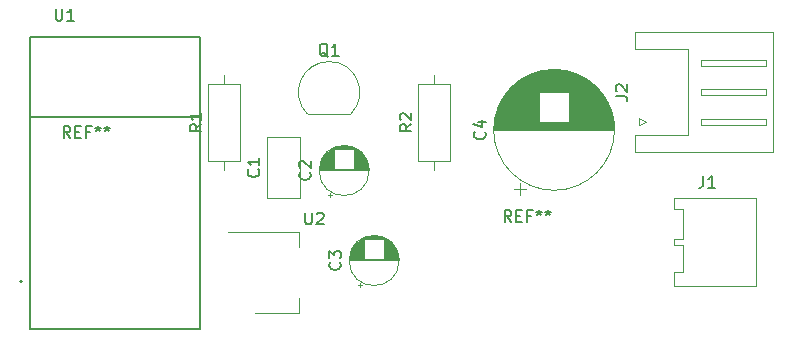
<source format=gbr>
%TF.GenerationSoftware,KiCad,Pcbnew,6.0.6-3a73a75311~116~ubuntu20.04.1*%
%TF.CreationDate,2022-07-22T12:46:40-05:00*%
%TF.ProjectId,esp_ha_integrator,6573705f-6861-45f6-996e-746567726174,rev?*%
%TF.SameCoordinates,PX6a95280PY6350ce0*%
%TF.FileFunction,Legend,Top*%
%TF.FilePolarity,Positive*%
%FSLAX46Y46*%
G04 Gerber Fmt 4.6, Leading zero omitted, Abs format (unit mm)*
G04 Created by KiCad (PCBNEW 6.0.6-3a73a75311~116~ubuntu20.04.1) date 2022-07-22 12:46:40*
%MOMM*%
%LPD*%
G01*
G04 APERTURE LIST*
%ADD10C,0.150000*%
%ADD11C,0.127000*%
%ADD12C,0.200000*%
%ADD13C,0.120000*%
%ADD14C,0.100000*%
G04 APERTURE END LIST*
D10*
%TO.C,U1*%
X6058095Y29932620D02*
X6058095Y29123096D01*
X6105714Y29027858D01*
X6153333Y28980239D01*
X6248571Y28932620D01*
X6439047Y28932620D01*
X6534285Y28980239D01*
X6581904Y29027858D01*
X6629523Y29123096D01*
X6629523Y29932620D01*
X7629523Y28932620D02*
X7058095Y28932620D01*
X7343809Y28932620D02*
X7343809Y29932620D01*
X7248571Y29789762D01*
X7153333Y29694524D01*
X7058095Y29646905D01*
%TO.C,REF\u002A\u002A*%
X7302666Y19003620D02*
X6969333Y19479810D01*
X6731238Y19003620D02*
X6731238Y20003620D01*
X7112190Y20003620D01*
X7207428Y19956000D01*
X7255047Y19908381D01*
X7302666Y19813143D01*
X7302666Y19670286D01*
X7255047Y19575048D01*
X7207428Y19527429D01*
X7112190Y19479810D01*
X6731238Y19479810D01*
X7731238Y19527429D02*
X8064571Y19527429D01*
X8207428Y19003620D02*
X7731238Y19003620D01*
X7731238Y20003620D01*
X8207428Y20003620D01*
X8969333Y19527429D02*
X8636000Y19527429D01*
X8636000Y19003620D02*
X8636000Y20003620D01*
X9112190Y20003620D01*
X9636000Y20003620D02*
X9636000Y19765524D01*
X9397904Y19860762D02*
X9636000Y19765524D01*
X9874095Y19860762D01*
X9493142Y19575048D02*
X9636000Y19765524D01*
X9778857Y19575048D01*
X10397904Y20003620D02*
X10397904Y19765524D01*
X10159809Y19860762D02*
X10397904Y19765524D01*
X10636000Y19860762D01*
X10255047Y19575048D02*
X10397904Y19765524D01*
X10540761Y19575048D01*
%TO.C,J2*%
X53462380Y22526667D02*
X54176666Y22526667D01*
X54319523Y22479048D01*
X54414761Y22383810D01*
X54462380Y22240953D01*
X54462380Y22145715D01*
X53557619Y22955239D02*
X53510000Y23002858D01*
X53462380Y23098096D01*
X53462380Y23336191D01*
X53510000Y23431429D01*
X53557619Y23479048D01*
X53652857Y23526667D01*
X53748095Y23526667D01*
X53890952Y23479048D01*
X54462380Y22907620D01*
X54462380Y23526667D01*
%TO.C,J1*%
X60880666Y15787620D02*
X60880666Y15073334D01*
X60833047Y14930477D01*
X60737809Y14835239D01*
X60594952Y14787620D01*
X60499714Y14787620D01*
X61880666Y14787620D02*
X61309238Y14787620D01*
X61594952Y14787620D02*
X61594952Y15787620D01*
X61499714Y15644762D01*
X61404476Y15549524D01*
X61309238Y15501905D01*
%TO.C,Q1*%
X29114761Y25872381D02*
X29019523Y25920000D01*
X28924285Y26015239D01*
X28781428Y26158096D01*
X28686190Y26205715D01*
X28590952Y26205715D01*
X28638571Y25967620D02*
X28543333Y26015239D01*
X28448095Y26110477D01*
X28400476Y26300953D01*
X28400476Y26634286D01*
X28448095Y26824762D01*
X28543333Y26920000D01*
X28638571Y26967620D01*
X28829047Y26967620D01*
X28924285Y26920000D01*
X29019523Y26824762D01*
X29067142Y26634286D01*
X29067142Y26300953D01*
X29019523Y26110477D01*
X28924285Y26015239D01*
X28829047Y25967620D01*
X28638571Y25967620D01*
X30019523Y25967620D02*
X29448095Y25967620D01*
X29733809Y25967620D02*
X29733809Y26967620D01*
X29638571Y26824762D01*
X29543333Y26729524D01*
X29448095Y26681905D01*
%TO.C,R2*%
X36182380Y20153334D02*
X35706190Y19820000D01*
X36182380Y19581905D02*
X35182380Y19581905D01*
X35182380Y19962858D01*
X35230000Y20058096D01*
X35277619Y20105715D01*
X35372857Y20153334D01*
X35515714Y20153334D01*
X35610952Y20105715D01*
X35658571Y20058096D01*
X35706190Y19962858D01*
X35706190Y19581905D01*
X35277619Y20534286D02*
X35230000Y20581905D01*
X35182380Y20677143D01*
X35182380Y20915239D01*
X35230000Y21010477D01*
X35277619Y21058096D01*
X35372857Y21105715D01*
X35468095Y21105715D01*
X35610952Y21058096D01*
X36182380Y20486667D01*
X36182380Y21105715D01*
%TO.C,C3*%
X30127142Y8453334D02*
X30174761Y8405715D01*
X30222380Y8262858D01*
X30222380Y8167620D01*
X30174761Y8024762D01*
X30079523Y7929524D01*
X29984285Y7881905D01*
X29793809Y7834286D01*
X29650952Y7834286D01*
X29460476Y7881905D01*
X29365238Y7929524D01*
X29270000Y8024762D01*
X29222380Y8167620D01*
X29222380Y8262858D01*
X29270000Y8405715D01*
X29317619Y8453334D01*
X29222380Y8786667D02*
X29222380Y9405715D01*
X29603333Y9072381D01*
X29603333Y9215239D01*
X29650952Y9310477D01*
X29698571Y9358096D01*
X29793809Y9405715D01*
X30031904Y9405715D01*
X30127142Y9358096D01*
X30174761Y9310477D01*
X30222380Y9215239D01*
X30222380Y8929524D01*
X30174761Y8834286D01*
X30127142Y8786667D01*
%TO.C,C1*%
X23217142Y16323334D02*
X23264761Y16275715D01*
X23312380Y16132858D01*
X23312380Y16037620D01*
X23264761Y15894762D01*
X23169523Y15799524D01*
X23074285Y15751905D01*
X22883809Y15704286D01*
X22740952Y15704286D01*
X22550476Y15751905D01*
X22455238Y15799524D01*
X22360000Y15894762D01*
X22312380Y16037620D01*
X22312380Y16132858D01*
X22360000Y16275715D01*
X22407619Y16323334D01*
X23312380Y17275715D02*
X23312380Y16704286D01*
X23312380Y16990000D02*
X22312380Y16990000D01*
X22455238Y16894762D01*
X22550476Y16799524D01*
X22598095Y16704286D01*
%TO.C,C2*%
X27587142Y16073334D02*
X27634761Y16025715D01*
X27682380Y15882858D01*
X27682380Y15787620D01*
X27634761Y15644762D01*
X27539523Y15549524D01*
X27444285Y15501905D01*
X27253809Y15454286D01*
X27110952Y15454286D01*
X26920476Y15501905D01*
X26825238Y15549524D01*
X26730000Y15644762D01*
X26682380Y15787620D01*
X26682380Y15882858D01*
X26730000Y16025715D01*
X26777619Y16073334D01*
X26777619Y16454286D02*
X26730000Y16501905D01*
X26682380Y16597143D01*
X26682380Y16835239D01*
X26730000Y16930477D01*
X26777619Y16978096D01*
X26872857Y17025715D01*
X26968095Y17025715D01*
X27110952Y16978096D01*
X27682380Y16406667D01*
X27682380Y17025715D01*
%TO.C,REF\u002A\u002A*%
X44640666Y11891620D02*
X44307333Y12367810D01*
X44069238Y11891620D02*
X44069238Y12891620D01*
X44450190Y12891620D01*
X44545428Y12844000D01*
X44593047Y12796381D01*
X44640666Y12701143D01*
X44640666Y12558286D01*
X44593047Y12463048D01*
X44545428Y12415429D01*
X44450190Y12367810D01*
X44069238Y12367810D01*
X45069238Y12415429D02*
X45402571Y12415429D01*
X45545428Y11891620D02*
X45069238Y11891620D01*
X45069238Y12891620D01*
X45545428Y12891620D01*
X46307333Y12415429D02*
X45974000Y12415429D01*
X45974000Y11891620D02*
X45974000Y12891620D01*
X46450190Y12891620D01*
X46974000Y12891620D02*
X46974000Y12653524D01*
X46735904Y12748762D02*
X46974000Y12653524D01*
X47212095Y12748762D01*
X46831142Y12463048D02*
X46974000Y12653524D01*
X47116857Y12463048D01*
X47735904Y12891620D02*
X47735904Y12653524D01*
X47497809Y12748762D02*
X47735904Y12653524D01*
X47974000Y12748762D01*
X47593047Y12463048D02*
X47735904Y12653524D01*
X47878761Y12463048D01*
%TO.C,C4*%
X42367142Y19513334D02*
X42414761Y19465715D01*
X42462380Y19322858D01*
X42462380Y19227620D01*
X42414761Y19084762D01*
X42319523Y18989524D01*
X42224285Y18941905D01*
X42033809Y18894286D01*
X41890952Y18894286D01*
X41700476Y18941905D01*
X41605238Y18989524D01*
X41510000Y19084762D01*
X41462380Y19227620D01*
X41462380Y19322858D01*
X41510000Y19465715D01*
X41557619Y19513334D01*
X41795714Y20370477D02*
X42462380Y20370477D01*
X41414761Y20132381D02*
X42129047Y19894286D01*
X42129047Y20513334D01*
%TO.C,R1*%
X18402380Y20153334D02*
X17926190Y19820000D01*
X18402380Y19581905D02*
X17402380Y19581905D01*
X17402380Y19962858D01*
X17450000Y20058096D01*
X17497619Y20105715D01*
X17592857Y20153334D01*
X17735714Y20153334D01*
X17830952Y20105715D01*
X17878571Y20058096D01*
X17926190Y19962858D01*
X17926190Y19581905D01*
X18402380Y21105715D02*
X18402380Y20534286D01*
X18402380Y20820000D02*
X17402380Y20820000D01*
X17545238Y20724762D01*
X17640476Y20629524D01*
X17688095Y20534286D01*
%TO.C,U2*%
X27178095Y12667620D02*
X27178095Y11858096D01*
X27225714Y11762858D01*
X27273333Y11715239D01*
X27368571Y11667620D01*
X27559047Y11667620D01*
X27654285Y11715239D01*
X27701904Y11762858D01*
X27749523Y11858096D01*
X27749523Y12667620D01*
X28178095Y12572381D02*
X28225714Y12620000D01*
X28320952Y12667620D01*
X28559047Y12667620D01*
X28654285Y12620000D01*
X28701904Y12572381D01*
X28749523Y12477143D01*
X28749523Y12381905D01*
X28701904Y12239048D01*
X28130476Y11667620D01*
X28749523Y11667620D01*
D11*
%TO.C,U1*%
X18295000Y2800000D02*
X3895000Y2800000D01*
X3895000Y2800000D02*
X3895000Y20800000D01*
X18295000Y20800000D02*
X3895000Y20800000D01*
X3895000Y20800000D02*
X3895000Y27500000D01*
X18295000Y20800000D02*
X18295000Y2800000D01*
X3895000Y27500000D02*
X18295000Y27500000D01*
X18295000Y27500000D02*
X18295000Y20800000D01*
D12*
X3245000Y6840000D02*
G75*
G03*
X3245000Y6840000I-100000J0D01*
G01*
D13*
%TO.C,J2*%
X60710000Y22610000D02*
X66210000Y22610000D01*
X66210000Y23110000D02*
X60710000Y23110000D01*
X60710000Y20610000D02*
X60710000Y20110000D01*
X55410000Y20660000D02*
X56010000Y20360000D01*
X66210000Y25610000D02*
X60710000Y25610000D01*
X60710000Y20110000D02*
X66210000Y20110000D01*
X66210000Y20110000D02*
X66210000Y20610000D01*
X66210000Y25110000D02*
X66210000Y25610000D01*
X56010000Y20360000D02*
X55410000Y20060000D01*
X60710000Y25110000D02*
X66210000Y25110000D01*
X55410000Y20060000D02*
X55410000Y20660000D01*
X59600000Y19220000D02*
X59600000Y22860000D01*
X55100000Y27920000D02*
X55100000Y26500000D01*
X66210000Y22610000D02*
X66210000Y23110000D01*
X66820000Y27920000D02*
X55100000Y27920000D01*
X55100000Y26500000D02*
X59600000Y26500000D01*
X59600000Y26500000D02*
X59600000Y22860000D01*
X60710000Y25610000D02*
X60710000Y25110000D01*
X55100000Y19220000D02*
X59600000Y19220000D01*
X66820000Y22860000D02*
X66820000Y27920000D01*
X55100000Y17800000D02*
X55100000Y19220000D01*
X66210000Y20610000D02*
X60710000Y20610000D01*
X66820000Y22860000D02*
X66820000Y17800000D01*
X66820000Y17800000D02*
X55100000Y17800000D01*
X60710000Y23110000D02*
X60710000Y22610000D01*
%TO.C,J1*%
X58420000Y10414000D02*
X58420000Y9906000D01*
X59182000Y12954000D02*
X59182000Y10414000D01*
X58420000Y13880000D02*
X58420000Y12954000D01*
X59182000Y9906000D02*
X59182000Y7620000D01*
X65360000Y13880000D02*
X65360000Y6440000D01*
X59182000Y10414000D02*
X58420000Y10414000D01*
X58420000Y9906000D02*
X59182000Y9906000D01*
D14*
X58420000Y6440000D02*
X65360000Y6440000D01*
D13*
X59182000Y7620000D02*
X58420000Y7620000D01*
X58420000Y7620000D02*
X58420000Y6440000D01*
D14*
X58420000Y13880000D02*
X65360000Y13880000D01*
D13*
X58420000Y12954000D02*
X59182000Y12954000D01*
%TO.C,Q1*%
X27410000Y21010000D02*
X31010000Y21010000D01*
X31048478Y21021522D02*
G75*
G03*
X29210000Y25460000I-1838478J1838478D01*
G01*
X29210000Y25460001D02*
G75*
G03*
X27371522Y21021522I0J-2600001D01*
G01*
%TO.C,R2*%
X36730000Y23590000D02*
X36730000Y17050000D01*
X36730000Y17050000D02*
X39470000Y17050000D01*
X38100000Y16280000D02*
X38100000Y17050000D01*
X38100000Y24360000D02*
X38100000Y23590000D01*
X39470000Y23590000D02*
X36730000Y23590000D01*
X39470000Y17050000D02*
X39470000Y23590000D01*
%TO.C,C3*%
X31285000Y9781000D02*
X32180000Y9781000D01*
X31820000Y10341000D02*
X32180000Y10341000D01*
X31312000Y9821000D02*
X32180000Y9821000D01*
X33860000Y9140000D02*
X35036000Y9140000D01*
X33860000Y10261000D02*
X34324000Y10261000D01*
X33860000Y9180000D02*
X35025000Y9180000D01*
X31766000Y10301000D02*
X32180000Y10301000D01*
X30995000Y9100000D02*
X32180000Y9100000D01*
X32483000Y10661000D02*
X33557000Y10661000D01*
X30978000Y9020000D02*
X32180000Y9020000D01*
X32650000Y10701000D02*
X33390000Y10701000D01*
X30949000Y8820000D02*
X32180000Y8820000D01*
X33860000Y9421000D02*
X34944000Y9421000D01*
X33860000Y9341000D02*
X34974000Y9341000D01*
X33860000Y9260000D02*
X35002000Y9260000D01*
X33860000Y9741000D02*
X34780000Y9741000D01*
X33860000Y10221000D02*
X34371000Y10221000D01*
X33860000Y10381000D02*
X34162000Y10381000D01*
X33860000Y8860000D02*
X35087000Y8860000D01*
X31004000Y9140000D02*
X32180000Y9140000D01*
X32080000Y10501000D02*
X33960000Y10501000D01*
X31940000Y10421000D02*
X32180000Y10421000D01*
X33860000Y10061000D02*
X34536000Y10061000D01*
X33860000Y8820000D02*
X35091000Y8820000D01*
X30958000Y8900000D02*
X32180000Y8900000D01*
X33860000Y9581000D02*
X34871000Y9581000D01*
X33860000Y8980000D02*
X35070000Y8980000D01*
X30970000Y8980000D02*
X32180000Y8980000D01*
X33860000Y9821000D02*
X34728000Y9821000D01*
X33860000Y10301000D02*
X34274000Y10301000D01*
X33860000Y9300000D02*
X34988000Y9300000D01*
X31260000Y9741000D02*
X32180000Y9741000D01*
X33860000Y9461000D02*
X34927000Y9461000D01*
X31825000Y6350199D02*
X31825000Y6750199D01*
X33860000Y10101000D02*
X34498000Y10101000D01*
X30940000Y8660000D02*
X35100000Y8660000D01*
X31625000Y6550199D02*
X32025000Y6550199D01*
X32252000Y10581000D02*
X33788000Y10581000D01*
X33860000Y9060000D02*
X35054000Y9060000D01*
X33860000Y9861000D02*
X34700000Y9861000D01*
X33860000Y9781000D02*
X34755000Y9781000D01*
X31716000Y10261000D02*
X32180000Y10261000D01*
X31624000Y10181000D02*
X32180000Y10181000D01*
X33860000Y9020000D02*
X35062000Y9020000D01*
X33860000Y9621000D02*
X34850000Y9621000D01*
X31096000Y9421000D02*
X32180000Y9421000D01*
X31433000Y9981000D02*
X32180000Y9981000D01*
X33860000Y9701000D02*
X34805000Y9701000D01*
X30986000Y9060000D02*
X32180000Y9060000D01*
X31080000Y9381000D02*
X32180000Y9381000D01*
X31504000Y10061000D02*
X32180000Y10061000D01*
X31190000Y9621000D02*
X32180000Y9621000D01*
X33860000Y10141000D02*
X34458000Y10141000D01*
X32007000Y10461000D02*
X34033000Y10461000D01*
X31052000Y9300000D02*
X32180000Y9300000D01*
X30943000Y8740000D02*
X35097000Y8740000D01*
X33860000Y9220000D02*
X35014000Y9220000D01*
X31131000Y9501000D02*
X32180000Y9501000D01*
X32356000Y10621000D02*
X33684000Y10621000D01*
X31370000Y9901000D02*
X32180000Y9901000D01*
X33860000Y9381000D02*
X34960000Y9381000D01*
X30946000Y8780000D02*
X35094000Y8780000D01*
X31542000Y10101000D02*
X32180000Y10101000D01*
X31669000Y10221000D02*
X32180000Y10221000D01*
X31150000Y9541000D02*
X32180000Y9541000D01*
X33860000Y10021000D02*
X34572000Y10021000D01*
X31212000Y9661000D02*
X32180000Y9661000D01*
X31582000Y10141000D02*
X32180000Y10141000D01*
X33860000Y8940000D02*
X35076000Y8940000D01*
X31038000Y9260000D02*
X32180000Y9260000D01*
X31340000Y9861000D02*
X32180000Y9861000D01*
X33860000Y10341000D02*
X34220000Y10341000D01*
X33860000Y9981000D02*
X34607000Y9981000D01*
X33860000Y9661000D02*
X34828000Y9661000D01*
X31401000Y9941000D02*
X32180000Y9941000D01*
X31235000Y9701000D02*
X32180000Y9701000D01*
X33860000Y9901000D02*
X34670000Y9901000D01*
X32161000Y10541000D02*
X33879000Y10541000D01*
X30941000Y8700000D02*
X35099000Y8700000D01*
X33860000Y8900000D02*
X35082000Y8900000D01*
X30964000Y8940000D02*
X32180000Y8940000D01*
X31026000Y9220000D02*
X32180000Y9220000D01*
X31169000Y9581000D02*
X32180000Y9581000D01*
X33860000Y9501000D02*
X34909000Y9501000D01*
X30953000Y8860000D02*
X32180000Y8860000D01*
X31113000Y9461000D02*
X32180000Y9461000D01*
X30940000Y8620000D02*
X35100000Y8620000D01*
X31066000Y9341000D02*
X32180000Y9341000D01*
X31015000Y9180000D02*
X32180000Y9180000D01*
X33860000Y9100000D02*
X35045000Y9100000D01*
X33860000Y10421000D02*
X34100000Y10421000D01*
X33860000Y9541000D02*
X34890000Y9541000D01*
X33860000Y10181000D02*
X34416000Y10181000D01*
X31468000Y10021000D02*
X32180000Y10021000D01*
X31878000Y10381000D02*
X32180000Y10381000D01*
X33860000Y9941000D02*
X34639000Y9941000D01*
X35140000Y8620000D02*
G75*
G03*
X35140000Y8620000I-2120000J0D01*
G01*
%TO.C,C1*%
X26730000Y13870000D02*
X26730000Y19110000D01*
X23990000Y13870000D02*
X23990000Y19110000D01*
X23990000Y19110000D02*
X26730000Y19110000D01*
X23990000Y13870000D02*
X26730000Y13870000D01*
%TO.C,C2*%
X28400000Y16280000D02*
X32560000Y16280000D01*
X28446000Y16680000D02*
X29640000Y16680000D01*
X29712000Y18201000D02*
X31248000Y18201000D01*
X29540000Y18121000D02*
X31420000Y18121000D01*
X29085000Y14170199D02*
X29485000Y14170199D01*
X29226000Y17921000D02*
X29640000Y17921000D01*
X28406000Y16400000D02*
X32554000Y16400000D01*
X31320000Y17041000D02*
X32404000Y17041000D01*
X31320000Y18041000D02*
X31560000Y18041000D01*
X28464000Y16760000D02*
X29640000Y16760000D01*
X29002000Y17721000D02*
X29640000Y17721000D01*
X31320000Y16560000D02*
X32536000Y16560000D01*
X31320000Y17081000D02*
X32387000Y17081000D01*
X28409000Y16440000D02*
X29640000Y16440000D01*
X29400000Y18041000D02*
X29640000Y18041000D01*
X28540000Y17001000D02*
X29640000Y17001000D01*
X28403000Y16360000D02*
X32557000Y16360000D01*
X28424000Y16560000D02*
X29640000Y16560000D01*
X28486000Y16840000D02*
X29640000Y16840000D01*
X28695000Y17321000D02*
X29640000Y17321000D01*
X31320000Y17561000D02*
X32099000Y17561000D01*
X28964000Y17681000D02*
X29640000Y17681000D01*
X31320000Y17121000D02*
X32369000Y17121000D01*
X28400000Y16240000D02*
X32560000Y16240000D01*
X28573000Y17081000D02*
X29640000Y17081000D01*
X28893000Y17601000D02*
X29640000Y17601000D01*
X31320000Y17721000D02*
X31958000Y17721000D01*
X31320000Y17641000D02*
X32032000Y17641000D01*
X31320000Y17361000D02*
X32240000Y17361000D01*
X28512000Y16920000D02*
X29640000Y16920000D01*
X29621000Y18161000D02*
X31339000Y18161000D01*
X28418000Y16520000D02*
X29640000Y16520000D01*
X31320000Y16440000D02*
X32551000Y16440000D01*
X31320000Y17401000D02*
X32215000Y17401000D01*
X31320000Y16961000D02*
X32434000Y16961000D01*
X28861000Y17561000D02*
X29640000Y17561000D01*
X29176000Y17881000D02*
X29640000Y17881000D01*
X28928000Y17641000D02*
X29640000Y17641000D01*
X31320000Y16760000D02*
X32496000Y16760000D01*
X31320000Y17161000D02*
X32350000Y17161000D01*
X28800000Y17481000D02*
X29640000Y17481000D01*
X31320000Y16800000D02*
X32485000Y16800000D01*
X31320000Y17921000D02*
X31734000Y17921000D01*
X31320000Y16880000D02*
X32462000Y16880000D01*
X28772000Y17441000D02*
X29640000Y17441000D01*
X30110000Y18321000D02*
X30850000Y18321000D01*
X28556000Y17041000D02*
X29640000Y17041000D01*
X31320000Y16920000D02*
X32448000Y16920000D01*
X31320000Y18001000D02*
X31622000Y18001000D01*
X28438000Y16640000D02*
X29640000Y16640000D01*
X29338000Y18001000D02*
X29640000Y18001000D01*
X28650000Y17241000D02*
X29640000Y17241000D01*
X28830000Y17521000D02*
X29640000Y17521000D01*
X29129000Y17841000D02*
X29640000Y17841000D01*
X31320000Y16680000D02*
X32514000Y16680000D01*
X28401000Y16320000D02*
X32559000Y16320000D01*
X31320000Y16840000D02*
X32474000Y16840000D01*
X31320000Y17681000D02*
X31996000Y17681000D01*
X28591000Y17121000D02*
X29640000Y17121000D01*
X28672000Y17281000D02*
X29640000Y17281000D01*
X28475000Y16800000D02*
X29640000Y16800000D01*
X29943000Y18281000D02*
X31017000Y18281000D01*
X31320000Y17761000D02*
X31918000Y17761000D01*
X28455000Y16720000D02*
X29640000Y16720000D01*
X31320000Y16520000D02*
X32542000Y16520000D01*
X28413000Y16480000D02*
X29640000Y16480000D01*
X31320000Y17881000D02*
X31784000Y17881000D01*
X28720000Y17361000D02*
X29640000Y17361000D01*
X31320000Y17961000D02*
X31680000Y17961000D01*
X28629000Y17201000D02*
X29640000Y17201000D01*
X31320000Y17521000D02*
X32130000Y17521000D01*
X31320000Y17481000D02*
X32160000Y17481000D01*
X29816000Y18241000D02*
X31144000Y18241000D01*
X31320000Y17281000D02*
X32288000Y17281000D01*
X31320000Y16600000D02*
X32530000Y16600000D01*
X29084000Y17801000D02*
X29640000Y17801000D01*
X31320000Y17241000D02*
X32310000Y17241000D01*
X29467000Y18081000D02*
X31493000Y18081000D01*
X31320000Y17801000D02*
X31876000Y17801000D01*
X28745000Y17401000D02*
X29640000Y17401000D01*
X31320000Y16640000D02*
X32522000Y16640000D01*
X31320000Y17601000D02*
X32067000Y17601000D01*
X28430000Y16600000D02*
X29640000Y16600000D01*
X28610000Y17161000D02*
X29640000Y17161000D01*
X31320000Y16720000D02*
X32505000Y16720000D01*
X31320000Y16480000D02*
X32547000Y16480000D01*
X31320000Y17321000D02*
X32265000Y17321000D01*
X31320000Y17841000D02*
X31831000Y17841000D01*
X29280000Y17961000D02*
X29640000Y17961000D01*
X28526000Y16961000D02*
X29640000Y16961000D01*
X29042000Y17761000D02*
X29640000Y17761000D01*
X31320000Y17201000D02*
X32331000Y17201000D01*
X28498000Y16880000D02*
X29640000Y16880000D01*
X31320000Y17441000D02*
X32188000Y17441000D01*
X29285000Y13970199D02*
X29285000Y14370199D01*
X31320000Y17001000D02*
X32420000Y17001000D01*
X32600000Y16240000D02*
G75*
G03*
X32600000Y16240000I-2120000J0D01*
G01*
%TO.C,C4*%
X43865000Y22241000D02*
X47019000Y22241000D01*
X49501000Y21801000D02*
X52881000Y21801000D01*
X49501000Y21601000D02*
X52967000Y21601000D01*
X44094000Y22601000D02*
X47019000Y22601000D01*
X45315000Y23841000D02*
X51205000Y23841000D01*
X44303000Y22881000D02*
X52217000Y22881000D01*
X43798000Y22121000D02*
X47019000Y22121000D01*
X43181000Y19800000D02*
X53339000Y19800000D01*
X44368000Y22961000D02*
X52152000Y22961000D01*
X49501000Y21881000D02*
X52844000Y21881000D01*
X44913000Y23521000D02*
X51607000Y23521000D01*
X43375000Y21081000D02*
X47019000Y21081000D01*
X49501000Y21121000D02*
X53134000Y21121000D01*
X49501000Y21001000D02*
X53167000Y21001000D01*
X49501000Y22361000D02*
X52583000Y22361000D01*
X43225000Y20360000D02*
X47019000Y20360000D01*
X43570000Y21641000D02*
X47019000Y21641000D01*
X49501000Y20681000D02*
X53242000Y20681000D01*
X43506000Y21481000D02*
X47019000Y21481000D01*
X43206000Y20200000D02*
X53314000Y20200000D01*
X43423000Y21241000D02*
X47019000Y21241000D01*
X49501000Y20360000D02*
X53295000Y20360000D01*
X49501000Y20641000D02*
X53250000Y20641000D01*
X43676000Y21881000D02*
X47019000Y21881000D01*
X49501000Y21161000D02*
X53122000Y21161000D01*
X49501000Y22321000D02*
X52607000Y22321000D01*
X46882000Y24601000D02*
X49638000Y24601000D01*
X49501000Y20801000D02*
X53216000Y20801000D01*
X49501000Y21401000D02*
X53043000Y21401000D01*
X47398000Y24721000D02*
X49122000Y24721000D01*
X43353000Y21001000D02*
X47019000Y21001000D01*
X43304000Y20801000D02*
X47019000Y20801000D01*
X47030000Y24641000D02*
X49490000Y24641000D01*
X49501000Y20841000D02*
X53207000Y20841000D01*
X46316000Y24401000D02*
X50204000Y24401000D01*
X46135000Y24321000D02*
X50385000Y24321000D01*
X46051000Y24281000D02*
X50469000Y24281000D01*
X43230000Y20401000D02*
X47019000Y20401000D01*
X43962000Y22401000D02*
X47019000Y22401000D01*
X43202000Y20160000D02*
X53318000Y20160000D01*
X45206000Y23761000D02*
X51314000Y23761000D01*
X49501000Y21481000D02*
X53014000Y21481000D01*
X49501000Y21721000D02*
X52917000Y21721000D01*
X49501000Y21841000D02*
X52863000Y21841000D01*
X49501000Y21761000D02*
X52899000Y21761000D01*
X47661000Y24761000D02*
X48859000Y24761000D01*
X49501000Y21561000D02*
X52983000Y21561000D01*
X43449000Y21321000D02*
X47019000Y21321000D01*
X43657000Y21841000D02*
X47019000Y21841000D01*
X43735000Y22001000D02*
X47019000Y22001000D01*
X49501000Y21441000D02*
X53028000Y21441000D01*
X49501000Y20441000D02*
X53284000Y20441000D01*
X43820000Y22161000D02*
X47019000Y22161000D01*
X49501000Y22761000D02*
X52310000Y22761000D01*
X44740000Y23361000D02*
X51780000Y23361000D01*
X45821000Y24161000D02*
X50699000Y24161000D01*
X49501000Y20401000D02*
X53290000Y20401000D01*
X49501000Y22681000D02*
X52370000Y22681000D01*
X44620000Y23241000D02*
X51900000Y23241000D01*
X43220000Y20320000D02*
X53300000Y20320000D01*
X49501000Y21681000D02*
X52934000Y21681000D01*
X45260000Y23801000D02*
X51260000Y23801000D01*
X49501000Y21241000D02*
X53097000Y21241000D01*
X44066000Y22561000D02*
X47019000Y22561000D01*
X43463000Y21361000D02*
X47019000Y21361000D01*
X45006000Y23601000D02*
X51514000Y23601000D01*
X49501000Y22121000D02*
X52722000Y22121000D01*
X43210000Y20240000D02*
X53310000Y20240000D01*
X45551000Y24001000D02*
X50969000Y24001000D01*
X43256000Y20561000D02*
X47019000Y20561000D01*
X43386000Y21121000D02*
X47019000Y21121000D01*
X44436000Y23041000D02*
X52084000Y23041000D01*
X43363000Y21041000D02*
X47019000Y21041000D01*
X45054000Y23641000D02*
X51466000Y23641000D01*
X43249000Y20521000D02*
X47019000Y20521000D01*
X43603000Y21721000D02*
X47019000Y21721000D01*
X49501000Y22441000D02*
X52533000Y22441000D01*
X44544000Y23161000D02*
X51976000Y23161000D01*
X43195000Y20080000D02*
X53325000Y20080000D01*
X49501000Y21521000D02*
X52998000Y21521000D01*
X43183000Y19880000D02*
X53337000Y19880000D01*
X43477000Y21401000D02*
X47019000Y21401000D01*
X45104000Y23681000D02*
X51416000Y23681000D01*
X45385000Y14200354D02*
X45385000Y15200354D01*
X43398000Y21161000D02*
X47019000Y21161000D01*
X43889000Y22281000D02*
X47019000Y22281000D01*
X49501000Y21641000D02*
X52950000Y21641000D01*
X43313000Y20841000D02*
X47019000Y20841000D01*
X43263000Y20601000D02*
X47019000Y20601000D01*
X45750000Y24121000D02*
X50770000Y24121000D01*
X49501000Y21361000D02*
X53057000Y21361000D01*
X44240000Y22801000D02*
X47019000Y22801000D01*
X43295000Y20761000D02*
X47019000Y20761000D01*
X43180000Y19720000D02*
X53340000Y19720000D01*
X49501000Y21201000D02*
X53110000Y21201000D01*
X49501000Y21281000D02*
X53084000Y21281000D01*
X44885000Y14700354D02*
X45885000Y14700354D01*
X49501000Y22401000D02*
X52558000Y22401000D01*
X43777000Y22081000D02*
X47019000Y22081000D01*
X44699000Y23321000D02*
X51821000Y23321000D01*
X45154000Y23721000D02*
X51366000Y23721000D01*
X43270000Y20641000D02*
X47019000Y20641000D01*
X46518000Y24481000D02*
X50002000Y24481000D01*
X44150000Y22681000D02*
X47019000Y22681000D01*
X43937000Y22361000D02*
X47019000Y22361000D01*
X49501000Y21961000D02*
X52805000Y21961000D01*
X49501000Y22241000D02*
X52655000Y22241000D01*
X43182000Y19840000D02*
X53338000Y19840000D01*
X49501000Y22201000D02*
X52677000Y22201000D01*
X49501000Y22481000D02*
X52507000Y22481000D01*
X49501000Y20601000D02*
X53257000Y20601000D01*
X49501000Y21321000D02*
X53071000Y21321000D01*
X44122000Y22641000D02*
X47019000Y22641000D01*
X49501000Y20721000D02*
X53234000Y20721000D01*
X45430000Y23921000D02*
X51090000Y23921000D01*
X43913000Y22321000D02*
X47019000Y22321000D01*
X43696000Y21921000D02*
X47019000Y21921000D01*
X43332000Y20921000D02*
X47019000Y20921000D01*
X44507000Y23121000D02*
X52013000Y23121000D01*
X49501000Y20761000D02*
X53225000Y20761000D01*
X44959000Y23561000D02*
X51561000Y23561000D01*
X46630000Y24521000D02*
X49890000Y24521000D01*
X43492000Y21441000D02*
X47019000Y21441000D01*
X49501000Y22161000D02*
X52700000Y22161000D01*
X49501000Y22721000D02*
X52340000Y22721000D01*
X43286000Y20721000D02*
X47019000Y20721000D01*
X44013000Y22481000D02*
X47019000Y22481000D01*
X46750000Y24561000D02*
X49770000Y24561000D01*
X43586000Y21681000D02*
X47019000Y21681000D01*
X44471000Y23081000D02*
X52049000Y23081000D01*
X43639000Y21801000D02*
X47019000Y21801000D01*
X45895000Y24201000D02*
X50625000Y24201000D01*
X43522000Y21521000D02*
X47019000Y21521000D01*
X43537000Y21561000D02*
X47019000Y21561000D01*
X49501000Y20921000D02*
X53188000Y20921000D01*
X44335000Y22921000D02*
X52185000Y22921000D01*
X49501000Y20961000D02*
X53178000Y20961000D01*
X43410000Y21201000D02*
X47019000Y21201000D01*
X45681000Y24081000D02*
X50839000Y24081000D01*
X45971000Y24241000D02*
X50549000Y24241000D01*
X46223000Y24361000D02*
X50297000Y24361000D01*
X43242000Y20481000D02*
X47019000Y20481000D01*
X45615000Y24041000D02*
X50905000Y24041000D01*
X49501000Y22801000D02*
X52280000Y22801000D01*
X44868000Y23481000D02*
X51652000Y23481000D01*
X44039000Y22521000D02*
X47019000Y22521000D01*
X49501000Y22641000D02*
X52398000Y22641000D01*
X49501000Y21041000D02*
X53157000Y21041000D01*
X43843000Y22201000D02*
X47019000Y22201000D01*
X43215000Y20280000D02*
X53305000Y20280000D01*
X43187000Y19960000D02*
X53333000Y19960000D01*
X45490000Y23961000D02*
X51030000Y23961000D01*
X44271000Y22841000D02*
X52249000Y22841000D01*
X43987000Y22441000D02*
X47019000Y22441000D01*
X49501000Y21081000D02*
X53145000Y21081000D01*
X49501000Y22001000D02*
X52785000Y22001000D01*
X44402000Y23001000D02*
X52118000Y23001000D01*
X44210000Y22761000D02*
X47019000Y22761000D01*
X43236000Y20441000D02*
X47019000Y20441000D01*
X49501000Y20881000D02*
X53198000Y20881000D01*
X44180000Y22721000D02*
X47019000Y22721000D01*
X43715000Y21961000D02*
X47019000Y21961000D01*
X43553000Y21601000D02*
X47019000Y21601000D01*
X43342000Y20961000D02*
X47019000Y20961000D01*
X49501000Y22521000D02*
X52481000Y22521000D01*
X49501000Y20561000D02*
X53264000Y20561000D01*
X49501000Y22601000D02*
X52426000Y22601000D01*
X49501000Y21921000D02*
X52824000Y21921000D01*
X44581000Y23201000D02*
X51939000Y23201000D01*
X49501000Y20521000D02*
X53271000Y20521000D01*
X46414000Y24441000D02*
X50106000Y24441000D01*
X45371000Y23881000D02*
X51149000Y23881000D01*
X43198000Y20120000D02*
X53322000Y20120000D01*
X47198000Y24681000D02*
X49322000Y24681000D01*
X43180000Y19680000D02*
X53340000Y19680000D01*
X44782000Y23401000D02*
X51738000Y23401000D01*
X43192000Y20040000D02*
X53328000Y20040000D01*
X43621000Y21761000D02*
X47019000Y21761000D01*
X49501000Y22561000D02*
X52454000Y22561000D01*
X43180000Y19760000D02*
X53340000Y19760000D01*
X44824000Y23441000D02*
X51696000Y23441000D01*
X49501000Y22281000D02*
X52631000Y22281000D01*
X43436000Y21281000D02*
X47019000Y21281000D01*
X49501000Y20481000D02*
X53278000Y20481000D01*
X49501000Y22081000D02*
X52743000Y22081000D01*
X43185000Y19920000D02*
X53335000Y19920000D01*
X43756000Y22041000D02*
X47019000Y22041000D01*
X43322000Y20881000D02*
X47019000Y20881000D01*
X49501000Y22041000D02*
X52764000Y22041000D01*
X43190000Y20000000D02*
X53330000Y20000000D01*
X44659000Y23281000D02*
X51861000Y23281000D01*
X43278000Y20681000D02*
X47019000Y20681000D01*
X53380000Y19680000D02*
G75*
G03*
X53380000Y19680000I-5120000J0D01*
G01*
%TO.C,R1*%
X18950000Y23590000D02*
X18950000Y17050000D01*
X21690000Y23590000D02*
X18950000Y23590000D01*
X21690000Y17050000D02*
X21690000Y23590000D01*
X20320000Y24360000D02*
X20320000Y23590000D01*
X20320000Y16280000D02*
X20320000Y17050000D01*
X18950000Y17050000D02*
X21690000Y17050000D01*
%TO.C,U2*%
X26700000Y11030000D02*
X26700000Y9770000D01*
X26700000Y4210000D02*
X26700000Y5470000D01*
X20690000Y11030000D02*
X26700000Y11030000D01*
X22940000Y4210000D02*
X26700000Y4210000D01*
%TD*%
M02*

</source>
